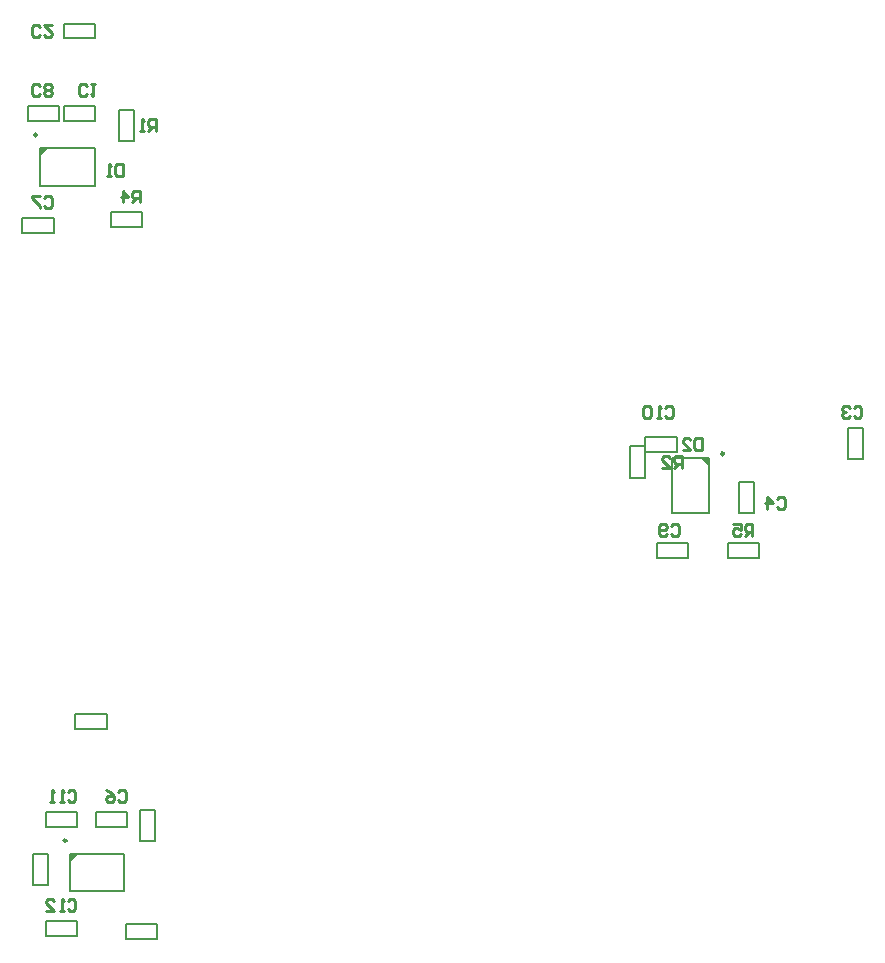
<source format=gbo>
G04 Layer_Color=32896*
%FSLAX44Y44*%
%MOMM*%
G71*
G01*
G75*
%ADD17C,0.2540*%
%ADD30C,0.2500*%
%ADD31C,0.2000*%
G36*
X106450Y140950D02*
X99250Y133750D01*
X99250Y140950D01*
X106450Y140950D01*
D02*
G37*
G36*
X640950Y475750D02*
X640950Y468550D01*
X633750Y475750D01*
X640950Y475750D01*
D02*
G37*
G36*
X81450Y738450D02*
X74250Y731250D01*
X74250Y738450D01*
X81450Y738450D01*
D02*
G37*
D17*
X114164Y784169D02*
X112498Y782503D01*
X109166D01*
X107500Y784169D01*
Y790834D01*
X109166Y792500D01*
X112498D01*
X114164Y790834D01*
X117497Y792500D02*
X120829D01*
X119163D01*
Y782503D01*
X117497Y784169D01*
X74165Y834169D02*
X72498Y832503D01*
X69166D01*
X67500Y834169D01*
Y840834D01*
X69166Y842500D01*
X72498D01*
X74165Y840834D01*
X84161Y842500D02*
X77497D01*
X84161Y835835D01*
Y834169D01*
X82495Y832503D01*
X79163D01*
X77497Y834169D01*
X763070Y518241D02*
X764736Y519907D01*
X768068D01*
X769734Y518241D01*
Y511576D01*
X768068Y509910D01*
X764736D01*
X763070Y511576D01*
X759737Y518241D02*
X758071Y519907D01*
X754739D01*
X753073Y518241D01*
Y516575D01*
X754739Y514908D01*
X756405D01*
X754739D01*
X753073Y513242D01*
Y511576D01*
X754739Y509910D01*
X758071D01*
X759737Y511576D01*
X698335Y440831D02*
X700002Y442497D01*
X703334D01*
X705000Y440831D01*
Y434166D01*
X703334Y432500D01*
X700002D01*
X698335Y434166D01*
X690005Y432500D02*
Y442497D01*
X695003Y437498D01*
X688339D01*
X140007Y193121D02*
X141674Y194787D01*
X145006D01*
X146672Y193121D01*
Y186456D01*
X145006Y184790D01*
X141674D01*
X140007Y186456D01*
X130011Y194787D02*
X133343Y193121D01*
X136675Y189788D01*
Y186456D01*
X135009Y184790D01*
X131677D01*
X130011Y186456D01*
Y188122D01*
X131677Y189788D01*
X136675D01*
X77523Y695787D02*
X79190Y697453D01*
X82522D01*
X84188Y695787D01*
Y689122D01*
X82522Y687456D01*
X79190D01*
X77523Y689122D01*
X74191Y697453D02*
X67527D01*
Y695787D01*
X74191Y689122D01*
Y687456D01*
X74165Y784169D02*
X72498Y782503D01*
X69166D01*
X67500Y784169D01*
Y790834D01*
X69166Y792500D01*
X72498D01*
X74165Y790834D01*
X77497Y784169D02*
X79163Y782503D01*
X82495D01*
X84161Y784169D01*
Y785835D01*
X82495Y787502D01*
X84161Y789168D01*
Y790834D01*
X82495Y792500D01*
X79163D01*
X77497Y790834D01*
Y789168D01*
X79163Y787502D01*
X77497Y785835D01*
Y784169D01*
X79163Y787502D02*
X82495D01*
X608335Y418331D02*
X610002Y419997D01*
X613334D01*
X615000Y418331D01*
Y411666D01*
X613334Y410000D01*
X610002D01*
X608335Y411666D01*
X605003D02*
X603337Y410000D01*
X600005D01*
X598339Y411666D01*
Y418331D01*
X600005Y419997D01*
X603337D01*
X605003Y418331D01*
Y416665D01*
X603337Y414998D01*
X598339D01*
X603335Y518331D02*
X605002Y519997D01*
X608334D01*
X610000Y518331D01*
Y511666D01*
X608334Y510000D01*
X605002D01*
X603335Y511666D01*
X600003Y510000D02*
X596671D01*
X598337D01*
Y519997D01*
X600003Y518331D01*
X591673D02*
X590006Y519997D01*
X586674D01*
X585008Y518331D01*
Y511666D01*
X586674Y510000D01*
X590006D01*
X591673Y511666D01*
Y518331D01*
X97590Y193121D02*
X99256Y194787D01*
X102588D01*
X104254Y193121D01*
Y186456D01*
X102588Y184790D01*
X99256D01*
X97590Y186456D01*
X94257Y184790D02*
X90925D01*
X92591D01*
Y194787D01*
X94257Y193121D01*
X85927Y184790D02*
X82594D01*
X84261D01*
Y194787D01*
X85927Y193121D01*
X97590Y100665D02*
X99256Y102331D01*
X102588D01*
X104254Y100665D01*
Y94000D01*
X102588Y92334D01*
X99256D01*
X97590Y94000D01*
X94257Y92334D02*
X90925D01*
X92591D01*
Y102331D01*
X94257Y100665D01*
X79262Y92334D02*
X85927D01*
X79262Y98998D01*
Y100665D01*
X80928Y102331D01*
X84261D01*
X85927Y100665D01*
X144550Y724497D02*
Y714500D01*
X139552D01*
X137886Y716166D01*
Y722831D01*
X139552Y724497D01*
X144550D01*
X134553Y714500D02*
X131221D01*
X132887D01*
Y724497D01*
X134553Y722831D01*
X635000Y492497D02*
Y482500D01*
X630002D01*
X628335Y484166D01*
Y490831D01*
X630002Y492497D01*
X635000D01*
X618339Y482500D02*
X625003D01*
X618339Y489165D01*
Y490831D01*
X620005Y492497D01*
X623337D01*
X625003Y490831D01*
X172500Y752500D02*
Y762497D01*
X167502D01*
X165835Y760831D01*
Y757498D01*
X167502Y755832D01*
X172500D01*
X169168D02*
X165835Y752500D01*
X162503D02*
X159171D01*
X160837D01*
Y762497D01*
X162503Y760831D01*
X617500Y467500D02*
Y477497D01*
X612502D01*
X610835Y475831D01*
Y472498D01*
X612502Y470832D01*
X617500D01*
X614168D02*
X610835Y467500D01*
X600839D02*
X607503D01*
X600839Y474165D01*
Y475831D01*
X602505Y477497D01*
X605837D01*
X607503Y475831D01*
X159118Y692282D02*
Y702279D01*
X154120D01*
X152453Y700613D01*
Y697280D01*
X154120Y695614D01*
X159118D01*
X155786D02*
X152453Y692282D01*
X144123D02*
Y702279D01*
X149121Y697280D01*
X142457D01*
X677500Y410000D02*
Y419997D01*
X672502D01*
X670835Y418331D01*
Y414998D01*
X672502Y413332D01*
X677500D01*
X674168D02*
X670835Y410000D01*
X660839Y419997D02*
X667503D01*
Y414998D01*
X664171Y416665D01*
X662505D01*
X660839Y414998D01*
Y411666D01*
X662505Y410000D01*
X665837D01*
X667503Y411666D01*
D30*
X96750Y151950D02*
G03*
X96750Y151950I-1250J0D01*
G01*
X653200Y479500D02*
G03*
X653200Y479500I-1250J0D01*
G01*
X71750Y749450D02*
G03*
X71750Y749450I-1250J0D01*
G01*
D31*
X68750Y140750D02*
X81250D01*
X68750Y114250D02*
X81250D01*
X68750D02*
Y140750D01*
X81250Y114250D02*
Y140750D01*
X146750Y68750D02*
Y81250D01*
X173250Y68750D02*
Y81250D01*
X146750Y68750D02*
X173250D01*
X146750Y81250D02*
X173250D01*
X656750Y391250D02*
Y403750D01*
X683250Y391250D02*
Y403750D01*
X656750Y391250D02*
X683250D01*
X656750Y403750D02*
X683250D01*
X134250Y671250D02*
Y683750D01*
X160750Y671250D02*
Y683750D01*
X134250Y671250D02*
X160750D01*
X134250Y683750D02*
X160750D01*
X158750Y178250D02*
X171250D01*
X158750Y151750D02*
X171250D01*
X158750D02*
Y178250D01*
X171250Y151750D02*
Y178250D01*
X573750Y485750D02*
X586250D01*
X573750Y459250D02*
X586250D01*
X573750D02*
Y485750D01*
X586250Y459250D02*
Y485750D01*
X141250Y770750D02*
X153750D01*
X141250Y744250D02*
X153750D01*
X141250D02*
Y770750D01*
X153750Y744250D02*
Y770750D01*
X99250Y140950D02*
X145500D01*
X99250Y108950D02*
Y140950D01*
Y108950D02*
X145500D01*
Y140950D01*
X640950Y429500D02*
Y475750D01*
X608950D02*
X640950D01*
X608950Y429500D02*
Y475750D01*
Y429500D02*
X640950D01*
X74250Y738450D02*
X120500D01*
X74250Y706450D02*
Y738450D01*
Y706450D02*
X120500D01*
Y738450D01*
X105750Y71250D02*
Y83750D01*
X79250Y71250D02*
Y83750D01*
X105750D01*
X79250Y71250D02*
X105750D01*
Y163750D02*
Y176250D01*
X79250Y163750D02*
Y176250D01*
X105750D01*
X79250Y163750D02*
X105750D01*
X613250Y481250D02*
Y493750D01*
X586750Y481250D02*
Y493750D01*
X613250D01*
X586750Y481250D02*
X613250D01*
X623250Y391250D02*
Y403750D01*
X596750Y391250D02*
Y403750D01*
X623250D01*
X596750Y391250D02*
X623250D01*
X90750Y761250D02*
Y773750D01*
X64250Y761250D02*
Y773750D01*
X90750D01*
X64250Y761250D02*
X90750D01*
X85750Y666250D02*
Y678750D01*
X59250Y666250D02*
Y678750D01*
X85750D01*
X59250Y666250D02*
X85750D01*
X121750Y163750D02*
Y176250D01*
X148250Y163750D02*
Y176250D01*
X121750Y163750D02*
X148250D01*
X121750Y176250D02*
X148250D01*
X104250Y246250D02*
Y258750D01*
X130750Y246250D02*
Y258750D01*
X104250Y246250D02*
X130750D01*
X104250Y258750D02*
X130750D01*
X666250Y455750D02*
X678750D01*
X666250Y429250D02*
X678750D01*
X666250D02*
Y455750D01*
X678750Y429250D02*
Y455750D01*
X758750Y501250D02*
X771250D01*
X758750Y474750D02*
X771250D01*
X758750D02*
Y501250D01*
X771250Y474750D02*
Y501250D01*
X94250Y831250D02*
Y843750D01*
X120750Y831250D02*
Y843750D01*
X94250Y831250D02*
X120750D01*
X94250Y843750D02*
X120750D01*
X94250Y761250D02*
Y773750D01*
X120750Y761250D02*
Y773750D01*
X94250Y761250D02*
X120750D01*
X94250Y773750D02*
X120750D01*
M02*

</source>
